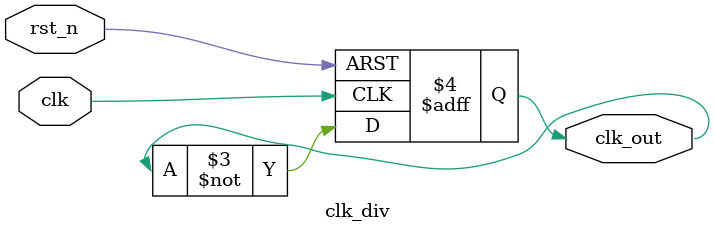
<source format=sv>
module clk_div (
    input  logic clk,
    input  logic rst_n,
    output logic clk_out
);

  always_ff @(posedge clk or negedge rst_n) begin
    if (!rst_n)
      clk_out <= 1'b0;
    else 
      clk_out <= ~clk_out;
    
  end

endmodule

</source>
